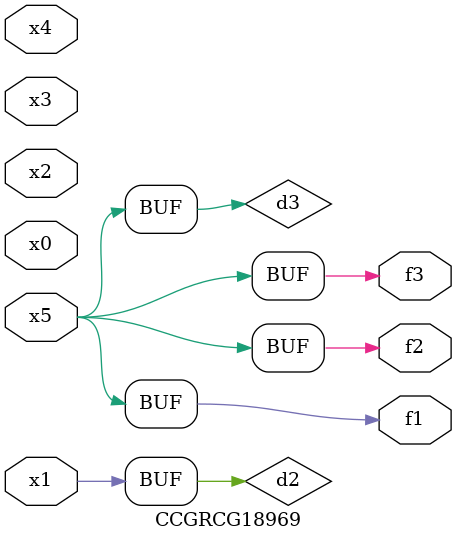
<source format=v>
module CCGRCG18969(
	input x0, x1, x2, x3, x4, x5,
	output f1, f2, f3
);

	wire d1, d2, d3;

	not (d1, x5);
	or (d2, x1);
	xnor (d3, d1);
	assign f1 = d3;
	assign f2 = d3;
	assign f3 = d3;
endmodule

</source>
